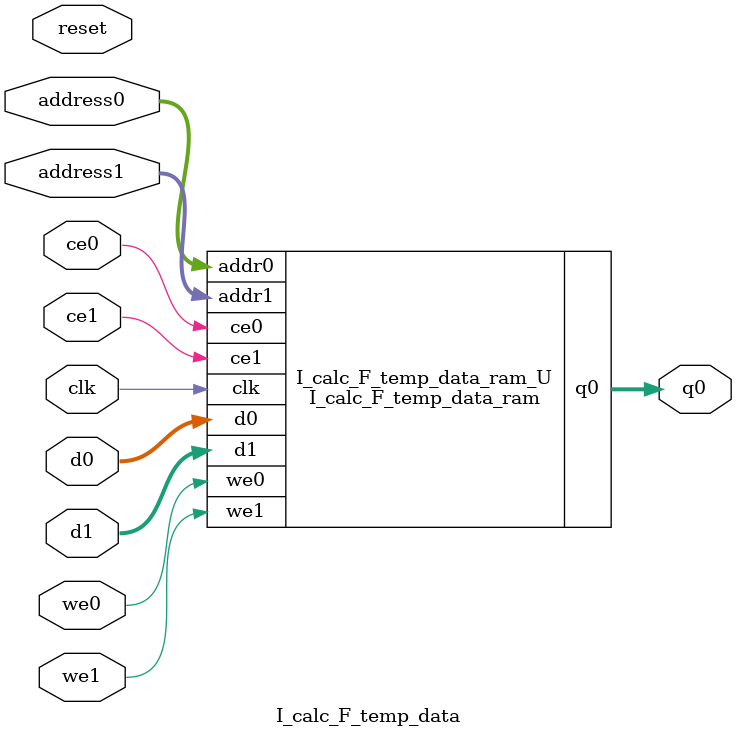
<source format=v>
`timescale 1 ns / 1 ps
module I_calc_F_temp_data_ram (addr0, ce0, d0, we0, q0, addr1, ce1, d1, we1,  clk);

parameter DWIDTH = 32;
parameter AWIDTH = 2;
parameter MEM_SIZE = 4;

input[AWIDTH-1:0] addr0;
input ce0;
input[DWIDTH-1:0] d0;
input we0;
output reg[DWIDTH-1:0] q0;
input[AWIDTH-1:0] addr1;
input ce1;
input[DWIDTH-1:0] d1;
input we1;
input clk;

(* ram_style = "block" *)reg [DWIDTH-1:0] ram[0:MEM_SIZE-1];




always @(posedge clk)  
begin 
    if (ce0) 
    begin
        if (we0) 
        begin 
            ram[addr0] <= d0; 
        end 
        q0 <= ram[addr0];
    end
end


always @(posedge clk)  
begin 
    if (ce1) 
    begin
        if (we1) 
        begin 
            ram[addr1] <= d1; 
        end 
    end
end


endmodule

`timescale 1 ns / 1 ps
module I_calc_F_temp_data(
    reset,
    clk,
    address0,
    ce0,
    we0,
    d0,
    q0,
    address1,
    ce1,
    we1,
    d1);

parameter DataWidth = 32'd32;
parameter AddressRange = 32'd4;
parameter AddressWidth = 32'd2;
input reset;
input clk;
input[AddressWidth - 1:0] address0;
input ce0;
input we0;
input[DataWidth - 1:0] d0;
output[DataWidth - 1:0] q0;
input[AddressWidth - 1:0] address1;
input ce1;
input we1;
input[DataWidth - 1:0] d1;



I_calc_F_temp_data_ram I_calc_F_temp_data_ram_U(
    .clk( clk ),
    .addr0( address0 ),
    .ce0( ce0 ),
    .we0( we0 ),
    .d0( d0 ),
    .q0( q0 ),
    .addr1( address1 ),
    .ce1( ce1 ),
    .we1( we1 ),
    .d1( d1 ));

endmodule


</source>
